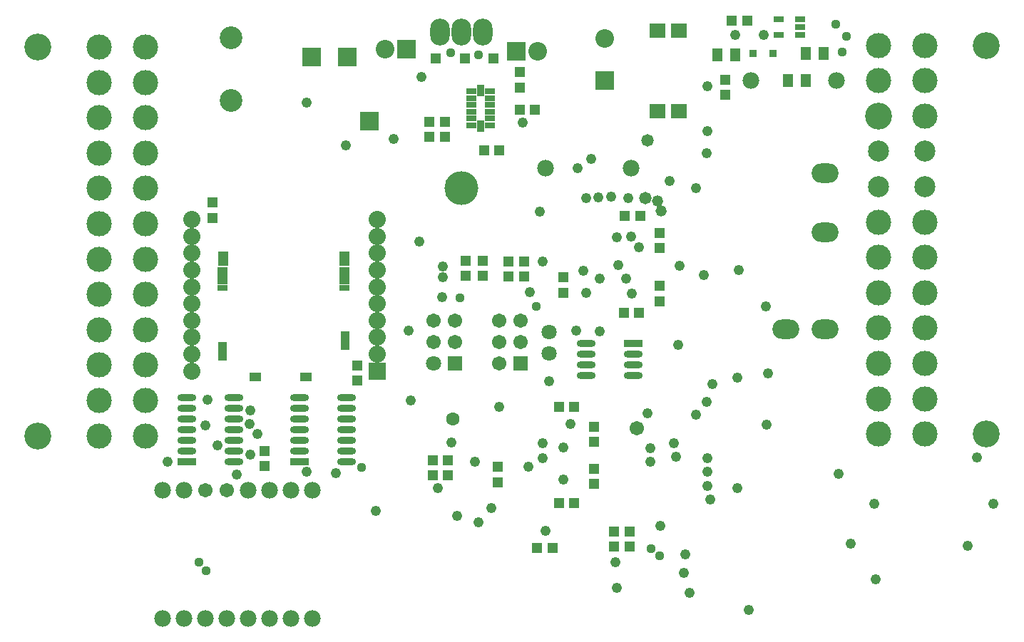
<source format=gbs>
%FSDAX24Y24*%
%MOIN*%
%SFA1B1*%

%IPPOS*%
%ADD108R,0.051300X0.051300*%
%ADD112R,0.088000X0.033600*%
%ADD113O,0.088000X0.033600*%
%ADD136R,0.035600X0.035600*%
%ADD137R,0.035600X0.035600*%
%ADD139R,0.051300X0.051300*%
%ADD142C,0.067100*%
%ADD143C,0.063100*%
%ADD144C,0.071000*%
%ADD145R,0.067100X0.067100*%
%ADD146C,0.078000*%
%ADD147C,0.086700*%
%ADD148R,0.086700X0.086700*%
%ADD149O,0.126100X0.090700*%
%ADD150O,0.090700X0.126100*%
%ADD151C,0.157600*%
%ADD152C,0.106400*%
%ADD153R,0.086700X0.086700*%
%ADD154C,0.080200*%
%ADD155R,0.080200X0.080200*%
%ADD156C,0.126100*%
%ADD157C,0.118200*%
%ADD158C,0.098600*%
%ADD159C,0.048000*%
%ADD160C,0.052000*%
%ADD161C,0.058000*%
%ADD162C,0.044000*%
%ADD163R,0.051300X0.031600*%
%ADD164R,0.078100X0.069000*%
%ADD165O,0.088000X0.032000*%
%ADD166R,0.088000X0.032000*%
%ADD167R,0.051300X0.031600*%
%ADD168R,0.035400X0.055100*%
%ADD169R,0.047400X0.047400*%
%ADD170R,0.051300X0.059200*%
%ADD171R,0.045700X0.028000*%
%ADD172R,0.055200X0.043400*%
%ADD173R,0.051300X0.067100*%
%ADD174R,0.043400X0.086700*%
%LNpcb1-1*%
%LPD*%
G54D108*
X049386Y025579D03*
Y024870D03*
X050134Y025579D03*
Y024870D03*
X044976Y047075D03*
Y046366D03*
X043953Y027902D03*
Y028610D03*
X048441Y027823D03*
Y028531D03*
Y030500D03*
Y029791D03*
X051512Y036366D03*
Y037075D03*
Y039555D03*
Y038846D03*
X047024Y036760D03*
Y037469D03*
X054583Y046720D03*
Y046012D03*
X042457Y037547D03*
Y038256D03*
X043244D03*
Y037547D03*
X030606Y040972D03*
Y040264D03*
X033047Y028650D03*
Y029358D03*
X037401Y033362D03*
Y032654D03*
G54D112*
X050291Y034398D03*
G54D113*
X048091Y034398D03*
X050291Y033898D03*
Y033398D03*
X048091D03*
Y033898D03*
X050291Y032898D03*
X048091D03*
G54D136*
X055882Y047941D03*
G54D137*
X056827Y047941D03*
G54D139*
X045803Y024831D03*
X046512D03*
X040764Y044752D03*
X041472D03*
Y044043D03*
X040764D03*
X045685Y045303D03*
X044976D03*
X043323Y043413D03*
X044032D03*
X047535Y026917D03*
X046827D03*
X047535Y031406D03*
X046827D03*
X050567Y035815D03*
X049858D03*
X050606Y040343D03*
X049898D03*
X055606Y049476D03*
X054898D03*
X045173Y038217D03*
X044465D03*
Y037508D03*
X045173D03*
X041630Y028925D03*
X040921D03*
Y028217D03*
X041630D03*
G54D142*
X050449Y030421D03*
X044016Y035453D03*
Y033453D03*
Y034453D03*
X045016D03*
Y035453D03*
X040945D03*
Y034453D03*
X041945D03*
Y035453D03*
X030291Y027524D03*
X031291D03*
G54D143*
X041866Y030854D03*
G54D144*
X046354Y033920D03*
Y034920D03*
X040945Y033453D03*
G54D145*
X045016Y033453D03*
X041945D03*
G54D146*
X046173Y042587D03*
X050173D03*
X055780Y046681D03*
X059780D03*
X028291Y027524D03*
X029291D03*
X032291D03*
X033291D03*
X034291D03*
X035291D03*
Y021524D03*
X034291D03*
X033291D03*
X032291D03*
X031291D03*
X030291D03*
X029291D03*
X028291D03*
G54D147*
X038701Y048138D03*
X045819Y048059D03*
X048953Y048665D03*
G54D148*
X036906Y047783D03*
X037968Y044791D03*
X035252Y047783D03*
X039701Y048138D03*
X044819Y048059D03*
G54D149*
X059268Y035067D03*
Y039594D03*
Y042350D03*
X057417Y035067D03*
G54D150*
X041260Y048945D03*
X042260D03*
X043260D03*
G54D151*
X042260Y041661D03*
G54D152*
X031472Y045736D03*
Y048689D03*
G54D153*
X048963Y046675D03*
G54D154*
X038323Y040185D03*
Y039398D03*
Y038610D03*
Y037823D03*
Y037035D03*
Y036248D03*
Y035461D03*
Y034673D03*
Y033886D03*
X029661Y033098D03*
Y033886D03*
Y034673D03*
Y035461D03*
Y036248D03*
Y037035D03*
Y037823D03*
Y038610D03*
Y039398D03*
Y040185D03*
G54D155*
X038323Y033098D03*
G54D156*
X022457Y030067D03*
Y048256D03*
X066787Y048335D03*
Y030146D03*
X061748Y045028D03*
G54D157*
X025331Y048256D03*
Y046602D03*
Y044949D03*
Y043295D03*
Y041642D03*
Y039988D03*
Y038335D03*
Y036681D03*
Y035028D03*
Y033374D03*
Y031720D03*
Y030067D03*
X027496Y048256D03*
Y046602D03*
Y044949D03*
Y043295D03*
Y041642D03*
Y039988D03*
Y038335D03*
Y036681D03*
Y035028D03*
Y033374D03*
Y031720D03*
Y030067D03*
X063913Y030146D03*
Y031799D03*
Y033453D03*
Y035106D03*
Y036760D03*
Y038413D03*
Y040067D03*
Y045028D03*
Y046681D03*
Y048335D03*
X061748Y030146D03*
Y031799D03*
Y033453D03*
Y035106D03*
Y036760D03*
Y038413D03*
Y040067D03*
Y046681D03*
Y048335D03*
G54D158*
X063913Y041720D03*
Y043374D03*
X061748Y041720D03*
Y043374D03*
G54D159*
X047339Y030618D03*
X049465Y024161D03*
X041394Y037980D03*
Y037469D03*
X047969Y037783D03*
X048717Y037429D03*
X050213Y036720D03*
X050055Y041169D03*
X051079Y029476D03*
Y028846D03*
X041787Y029752D03*
X047614Y034988D03*
X048717Y034949D03*
X041354Y036563D03*
X047693Y042587D03*
X051984Y041996D03*
X048323Y043020D03*
X048638Y041209D03*
X049268Y041248D03*
X048087Y041169D03*
X039071Y043965D03*
X049583Y038059D03*
X049504Y022941D03*
X055149Y032769D03*
X056472Y036130D03*
X045134Y044713D03*
X031748Y028256D03*
X053717Y043295D03*
X053205Y041642D03*
X053756Y046406D03*
X045921Y040539D03*
X035016Y045657D03*
X051551Y025854D03*
X046197Y025618D03*
X036389Y028335D03*
X056392Y048805D03*
X055055Y048807D03*
X053744Y044307D03*
X046039Y038217D03*
X042890Y028846D03*
X045449Y036799D03*
X041157Y027626D03*
X042063Y026327D03*
X046039Y029713D03*
X038244Y026563D03*
X044032Y031406D03*
X043638Y026681D03*
X046039Y029004D03*
X043047Y026012D03*
X047024Y029516D03*
X061605Y023349D03*
X061551Y026878D03*
X055213Y037823D03*
X067117Y026893D03*
X055685Y021917D03*
X066354Y029043D03*
X055149Y027611D03*
X059898Y028295D03*
X052378Y034319D03*
X053598Y037587D03*
X053992Y032469D03*
X056591Y032980D03*
X053717Y031642D03*
X056512Y030579D03*
X053205Y031051D03*
X053756Y029004D03*
X060449Y025028D03*
X052299Y029083D03*
X065921Y024909D03*
X052181Y029713D03*
X052929Y022705D03*
X053756Y028374D03*
X052654Y023650D03*
X053756Y027705D03*
X052732Y024516D03*
X053874Y027075D03*
X049504Y039358D03*
X050173Y039398D03*
X050567Y038886D03*
X052457Y038020D03*
X028520Y028846D03*
X032732Y030146D03*
X035016Y028374D03*
X036866Y043650D03*
X040370Y046839D03*
X039898Y031720D03*
X046354Y032626D03*
X032378Y029201D03*
X030843Y029634D03*
X048087Y036760D03*
X040291Y039161D03*
X032378Y031248D03*
X030370Y031760D03*
X032339Y030618D03*
X039780Y034988D03*
X030291Y030539D03*
X045370Y028610D03*
X047024Y028020D03*
X050961Y031130D03*
X049937Y037429D03*
G54D160*
X051433Y041051D03*
X051591Y040579D03*
G54D161*
X050961Y043886D03*
X050843Y041169D03*
G54D162*
X042181Y036524D03*
X060252Y048768D03*
X029976Y024161D03*
X037575Y028571D03*
X051118Y024791D03*
X045764Y036130D03*
X059740Y049319D03*
X060055Y048020D03*
X051512Y024437D03*
X030331Y023768D03*
X041748Y047980D03*
X043047Y047902D03*
G54D163*
X058087Y049185D03*
Y048805D03*
Y049555D03*
X057087Y048805D03*
Y049555D03*
G54D164*
X051417Y045244D03*
X052417D03*
X051417Y049004D03*
X052417D03*
G54D165*
X034701Y031846D03*
Y030346D03*
Y031346D03*
Y030846D03*
Y029846D03*
Y029346D03*
X036901Y031846D03*
Y031346D03*
Y030846D03*
Y030346D03*
Y029846D03*
Y029346D03*
Y028846D03*
X031625D03*
Y029346D03*
Y030346D03*
Y031346D03*
X029425Y030846D03*
Y029846D03*
Y031346D03*
Y029346D03*
X031625Y029846D03*
Y030846D03*
Y031846D03*
X029425Y030346D03*
Y031846D03*
G54D166*
X034701Y028846D03*
X029425D03*
G54D167*
X043598Y044909D03*
Y045224D03*
Y046169D03*
X042732Y044594D03*
X043598D03*
Y045854D03*
Y045539D03*
X042732D03*
Y045854D03*
Y044909D03*
Y045224D03*
Y046169D03*
G54D168*
X043165Y044555D03*
Y046209D03*
G54D169*
X041039Y047705D03*
X043756D03*
X042417D03*
G54D170*
X055055Y047902D03*
X054228D03*
X057535Y046681D03*
X058362D03*
Y047941D03*
X059189D03*
G54D171*
X031093Y036996D03*
Y037823D03*
Y037547D03*
Y037272D03*
X036802D03*
Y037547D03*
Y037823D03*
Y036996D03*
G54D172*
X034986Y032823D03*
X032624D03*
G54D173*
X036778Y038354D03*
X031118D03*
G54D174*
X036817Y034516D03*
X031079Y034004D03*
M02*
</source>
